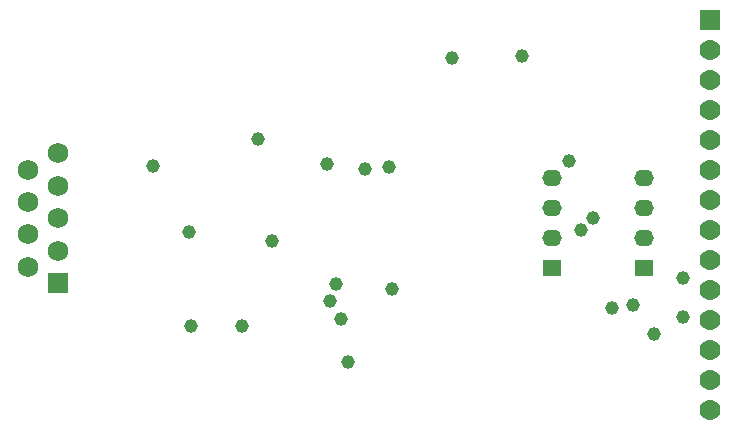
<source format=gbr>
G04 Layer_Color=16711935*
%FSLAX43Y43*%
%MOMM*%
%TF.FileFunction,Soldermask,Bot*%
%TF.Part,Single*%
G01*
G75*
%TA.AperFunction,ComponentPad*%
%ADD32O,1.650X1.400*%
%ADD33R,1.650X1.400*%
%ADD34C,1.776*%
%ADD35R,1.776X1.776*%
%ADD36C,0.150*%
%ADD37C,1.750*%
%ADD38R,1.750X1.750*%
%TA.AperFunction,ViaPad*%
%ADD39C,1.150*%
D32*
X49276Y21336D02*
D03*
Y18796D02*
D03*
Y16256D02*
D03*
X57023Y21336D02*
D03*
Y18796D02*
D03*
Y16256D02*
D03*
D33*
X49276Y13716D02*
D03*
X57023D02*
D03*
D34*
X62611Y1651D02*
D03*
Y4191D02*
D03*
Y6731D02*
D03*
Y9271D02*
D03*
Y32131D02*
D03*
Y11811D02*
D03*
Y14351D02*
D03*
Y16891D02*
D03*
Y19431D02*
D03*
Y21971D02*
D03*
Y24511D02*
D03*
Y27051D02*
D03*
Y29591D02*
D03*
D35*
Y34671D02*
D03*
D36*
X6212Y5410D02*
D03*
Y30403D02*
D03*
D37*
X4900Y22021D02*
D03*
X4890Y19278D02*
D03*
X4900Y16535D02*
D03*
Y13792D02*
D03*
X7440Y23393D02*
D03*
Y20650D02*
D03*
Y17906D02*
D03*
Y15163D02*
D03*
D38*
Y12420D02*
D03*
D39*
X52705Y17907D02*
D03*
X51705Y16891D02*
D03*
X57912Y8128D02*
D03*
X35687Y11938D02*
D03*
X50673Y22733D02*
D03*
X46736Y31623D02*
D03*
X40767Y31496D02*
D03*
X35433Y22225D02*
D03*
X30480Y10922D02*
D03*
X18542Y16764D02*
D03*
X24384Y24638D02*
D03*
X56134Y10541D02*
D03*
X54356Y10287D02*
D03*
X60325Y12827D02*
D03*
Y9525D02*
D03*
X33401Y22098D02*
D03*
X30226Y22479D02*
D03*
X25527Y16002D02*
D03*
X30988Y12319D02*
D03*
X32004Y5715D02*
D03*
X31369Y9398D02*
D03*
X15494Y22352D02*
D03*
X22987Y8763D02*
D03*
X18669D02*
D03*
%TF.MD5,81b7182785d99796afe341b620f7674c*%
M02*

</source>
